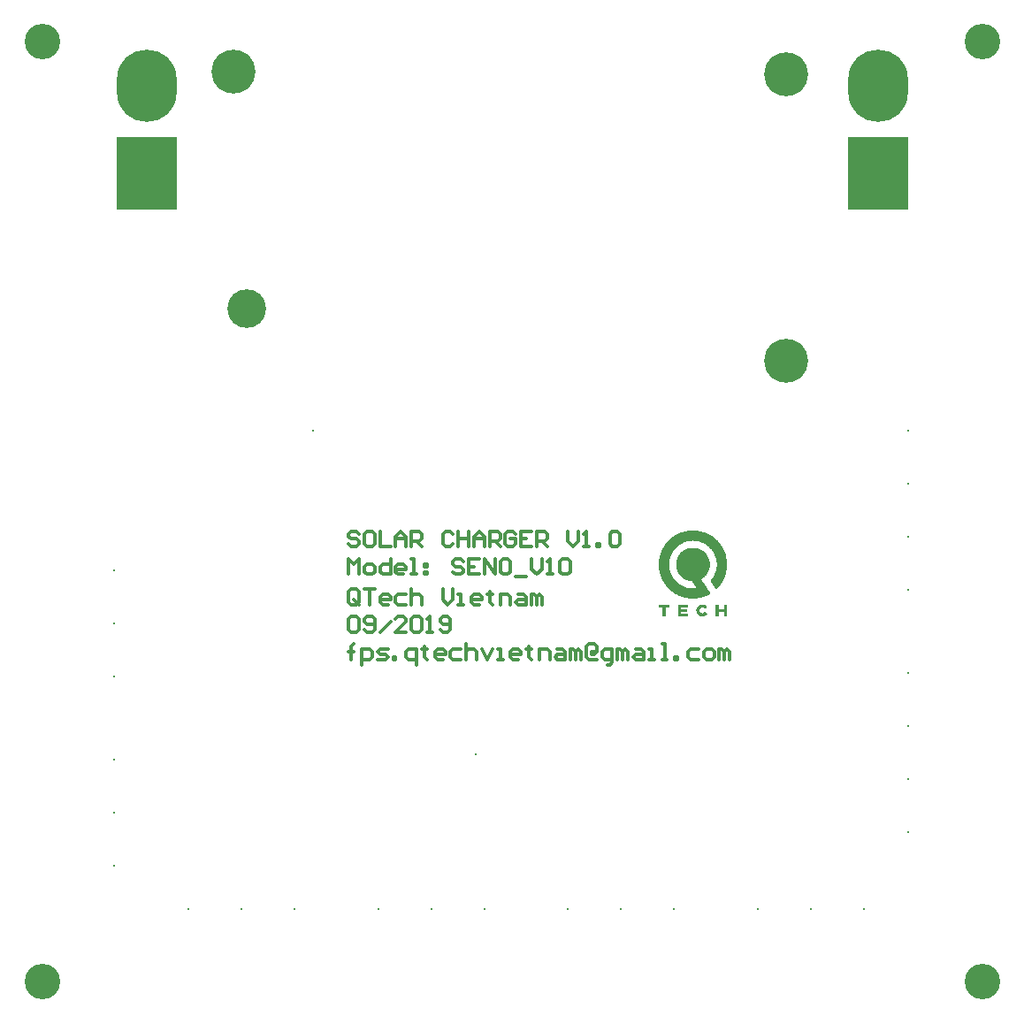
<source format=gts>
G04*
G04 #@! TF.GenerationSoftware,Altium Limited,Altium Designer,19.0.13 (425)*
G04*
G04 Layer_Color=8388736*
%FSTAX24Y24*%
%MOIN*%
G70*
G01*
G75*
%ADD13C,0.0010*%
%ADD14C,0.0138*%
%ADD15C,0.1655*%
%ADD16C,0.1458*%
%ADD17C,0.1339*%
%ADD18C,0.0080*%
%ADD19R,0.2252X0.2724*%
%ADD20O,0.2252X0.2724*%
D13*
X047544Y021725D02*
X048054D01*
X046024D02*
X046534D01*
X046424Y020925D02*
X047654D01*
X046084Y020125D02*
X046674D01*
X047524Y021735D02*
X048044D01*
X047504Y021745D02*
X048044D01*
X047494Y021755D02*
X048034D01*
X047474Y021765D02*
X048024D01*
X047454Y021775D02*
X048014D01*
X047434Y021785D02*
X048004D01*
X047414Y021795D02*
X047994D01*
X047384Y021805D02*
X047994D01*
X047364Y021815D02*
X047984D01*
X047334Y021825D02*
X047974D01*
X047304Y021835D02*
X047964D01*
X046114D02*
X046774D01*
X047274Y021845D02*
X047954D01*
X046124D02*
X046804D01*
X047234Y021855D02*
X047944D01*
X046134D02*
X046844D01*
X047174Y021865D02*
X047934D01*
X047064Y021875D02*
X047924D01*
X046154D02*
X047014D01*
X046164Y021885D02*
X047914D01*
X046174Y021895D02*
X047904D01*
X046184Y021905D02*
X047894D01*
X046194Y021915D02*
X047884D01*
X046214Y021925D02*
X047864D01*
X046224Y021935D02*
X047854D01*
X046234Y021945D02*
X047844D01*
X046244Y021955D02*
X047834D01*
X046264Y021965D02*
X047814D01*
X046274Y021975D02*
X047804D01*
X046284Y021985D02*
X047794D01*
X046304Y021995D02*
X047774D01*
X046314Y022005D02*
X047764D01*
X046324Y022015D02*
X047754D01*
X046344Y022025D02*
X047734D01*
X046354Y022035D02*
X047724D01*
X046374Y022045D02*
X047704D01*
X046394Y022055D02*
X047684D01*
X046404Y022065D02*
X047674D01*
X046424Y022075D02*
X047654D01*
X046444Y022085D02*
X047634D01*
X046464Y022095D02*
X047614D01*
X046484Y022105D02*
X047594D01*
X046504Y022115D02*
X047574D01*
X046524Y022125D02*
X047554D01*
X046554Y022135D02*
X047524D01*
X046574Y022145D02*
X047504D01*
X046604Y022155D02*
X047474D01*
X046634Y022165D02*
X047444D01*
X046664Y022175D02*
X047414D01*
X046694Y022185D02*
X047384D01*
X046734Y022195D02*
X047344D01*
X046784Y022205D02*
X047294D01*
X046834Y022215D02*
X047244D01*
X046914Y022225D02*
X047164D01*
X046034Y021735D02*
X046554D01*
X046034Y021745D02*
X046574D01*
X046044Y021755D02*
X046584D01*
X046054Y021765D02*
X046604D01*
X046064Y021775D02*
X046624D01*
X046074Y021785D02*
X046644D01*
X046084Y021795D02*
X046664D01*
X046084Y021805D02*
X046684D01*
X046094Y021815D02*
X046714D01*
X046104Y021825D02*
X046744D01*
X047564Y021705D02*
X048074D01*
X047554Y021715D02*
X048064D01*
X046694Y021475D02*
X047384D01*
X045874D02*
X046284D01*
X046714Y021485D02*
X047364D01*
X045884D02*
X046294D01*
X046724Y021495D02*
X047354D01*
X045884D02*
X046294D01*
X046744Y021505D02*
X047334D01*
X045894D02*
X046304D01*
X046764Y021515D02*
X047314D01*
X045894D02*
X046314D01*
X045904Y021525D02*
X046324D01*
X045904Y021535D02*
X046324D01*
X045914Y021545D02*
X046334D01*
X045914Y021555D02*
X046344D01*
X045924Y021565D02*
X046354D01*
X045924Y021575D02*
X046364D01*
X045934Y021585D02*
X046374D01*
X045934Y021595D02*
X046384D01*
X045944Y021605D02*
X046394D01*
X045954Y021615D02*
X046404D01*
X045954Y021625D02*
X046414D01*
X045964Y021635D02*
X046424D01*
X045964Y021645D02*
X046434D01*
X046424Y020935D02*
X047654D01*
X046424Y020945D02*
X047654D01*
X046424Y020955D02*
X047654D01*
X046424Y020965D02*
X047654D01*
X046424Y020975D02*
X047654D01*
X046424Y020985D02*
X047654D01*
X046424Y020995D02*
X047654D01*
X046424Y021005D02*
X047654D01*
X046424Y021015D02*
X047654D01*
X046424Y021025D02*
X047654D01*
X046424Y021035D02*
X047654D01*
X046424Y021045D02*
X047654D01*
X046434Y021055D02*
X047644D01*
X046434Y021065D02*
X047644D01*
X046434Y021075D02*
X047644D01*
X045774D02*
X046134D01*
X046434Y021085D02*
X047644D01*
X045774D02*
X046134D01*
X046434Y021095D02*
X047644D01*
X045774D02*
X046134D01*
X046434Y021105D02*
X047644D01*
X045774D02*
X046134D01*
X046444Y021115D02*
X047634D01*
X045784D02*
X046134D01*
X046444Y021125D02*
X047634D01*
X045784D02*
X046134D01*
X046444Y021135D02*
X047634D01*
X045784D02*
X046144D01*
X046454Y021145D02*
X047624D01*
X045784D02*
X046144D01*
X046454Y021155D02*
X047624D01*
X045784D02*
X046144D01*
X046454Y021165D02*
X047624D01*
X045784D02*
X046144D01*
X046464Y021175D02*
X047614D01*
X045784D02*
X046144D01*
X046464Y021185D02*
X047614D01*
X045794D02*
X046154D01*
X046464Y021195D02*
X047614D01*
X045794D02*
X046154D01*
X046474Y021205D02*
X047604D01*
X045794D02*
X046154D01*
X046474Y021215D02*
X047604D01*
X045794D02*
X046164D01*
X046484Y021225D02*
X047594D01*
X045794D02*
X046164D01*
X046484Y021235D02*
X047594D01*
X045804D02*
X046164D01*
X046494Y021245D02*
X047584D01*
X045804D02*
X046164D01*
X046494Y021255D02*
X047584D01*
X045804D02*
X046174D01*
X046504Y021265D02*
X047574D01*
X045804D02*
X046174D01*
X046504Y021275D02*
X047574D01*
X045804D02*
X046184D01*
X046514Y021285D02*
X047564D01*
X045814D02*
X046184D01*
X046514Y021295D02*
X047564D01*
X045814D02*
X046184D01*
X046524Y021305D02*
X047554D01*
X045814D02*
X046194D01*
X046534Y021315D02*
X047544D01*
X045824D02*
X046194D01*
X046534Y021325D02*
X047544D01*
X045824D02*
X046204D01*
X046544Y021335D02*
X047534D01*
X045824D02*
X046204D01*
X046554Y021345D02*
X047524D01*
X045824D02*
X046214D01*
X046564Y021355D02*
X047514D01*
X045834D02*
X046214D01*
X046574Y021365D02*
X047504D01*
X045834D02*
X046214D01*
X046584Y021375D02*
X047494D01*
X045834D02*
X046224D01*
X046584Y021385D02*
X047494D01*
X045844D02*
X046234D01*
X046594Y021395D02*
X047484D01*
X045844D02*
X046234D01*
X046604Y021405D02*
X047474D01*
X045844D02*
X046244D01*
X046614Y021415D02*
X047464D01*
X045854D02*
X046244D01*
X046634Y021425D02*
X047444D01*
X045854D02*
X046254D01*
X046644Y021435D02*
X047434D01*
X045864D02*
X046254D01*
X046654Y021445D02*
X047424D01*
X045864D02*
X046264D01*
X046664Y021455D02*
X047414D01*
X045864D02*
X046274D01*
X046684Y021465D02*
X047394D01*
X045874D02*
X046274D01*
X047734Y021555D02*
X048164D01*
X047724Y021565D02*
X048154D01*
X047714Y021575D02*
X048154D01*
X047704Y021585D02*
X048144D01*
X047694Y021595D02*
X048144D01*
X047684Y021605D02*
X048134D01*
X047674Y021615D02*
X048124D01*
X047664Y021625D02*
X048124D01*
X047654Y021635D02*
X048114D01*
X047644Y021645D02*
X048114D01*
X047634Y021655D02*
X048104D01*
X047624Y021665D02*
X048094D01*
X047614Y021675D02*
X048094D01*
X047594Y021685D02*
X048084D01*
X047584Y021695D02*
X048074D01*
X046784Y021525D02*
X047294D01*
X046804Y021535D02*
X047274D01*
X046834Y021545D02*
X047244D01*
X046864Y021555D02*
X047214D01*
X046904Y021565D02*
X047174D01*
X045974Y021655D02*
X046444D01*
X045984Y021665D02*
X046454D01*
X045984Y021675D02*
X046464D01*
X045994Y021685D02*
X046484D01*
X046004Y021695D02*
X046494D01*
X046004Y021705D02*
X046504D01*
X046014Y021715D02*
X046524D01*
X046494Y020675D02*
X047584D01*
X045804D02*
X046164D01*
X046484Y020685D02*
X047594D01*
X045804D02*
X046164D01*
X046484Y020695D02*
X047594D01*
X045794D02*
X046164D01*
X046474Y020705D02*
X047604D01*
X045794D02*
X046164D01*
X046474Y020715D02*
X047604D01*
X045794D02*
X046154D01*
X046474Y020725D02*
X047604D01*
X045794D02*
X046154D01*
X046464Y020735D02*
X047614D01*
X045794D02*
X046154D01*
X046464Y020745D02*
X047614D01*
X045784D02*
X046144D01*
X046454Y020755D02*
X047624D01*
X045784D02*
X046144D01*
X046454Y020765D02*
X047624D01*
X045784D02*
X046144D01*
X046454Y020775D02*
X047624D01*
X045784D02*
X046144D01*
X046444Y020785D02*
X047634D01*
X045784D02*
X046144D01*
X046444Y020795D02*
X047634D01*
X045784D02*
X046134D01*
X046444Y020805D02*
X047634D01*
X045784D02*
X046134D01*
X046444Y020815D02*
X047634D01*
X045774D02*
X046134D01*
X046434Y020825D02*
X047644D01*
X045774D02*
X046134D01*
X046434Y020835D02*
X047644D01*
X045774D02*
X046134D01*
X046434Y020845D02*
X047644D01*
X045774D02*
X046134D01*
X046434Y020855D02*
X047644D01*
X046434Y020865D02*
X047644D01*
X046424Y020875D02*
X047654D01*
X046424Y020885D02*
X047654D01*
X046424Y020895D02*
X047654D01*
X046424Y020905D02*
X047654D01*
X046424Y020915D02*
X047654D01*
X045964Y020285D02*
X046424D01*
X045954Y020295D02*
X046414D01*
X045954Y020305D02*
X046404D01*
X045944Y020315D02*
X046394D01*
X045944Y020325D02*
X046384D01*
X045934Y020335D02*
X046374D01*
X045934Y020345D02*
X046364D01*
X045924Y020355D02*
X046354D01*
X045914Y020365D02*
X046344D01*
X045914Y020375D02*
X046334D01*
X045904Y020385D02*
X046334D01*
X045904Y020395D02*
X046324D01*
X045894Y020405D02*
X046314D01*
X046754Y020415D02*
X047324D01*
X045894D02*
X046304D01*
X046734Y020425D02*
X047344D01*
X045884D02*
X046304D01*
X046714Y020435D02*
X047364D01*
X045884D02*
X046294D01*
X046704Y020445D02*
X047374D01*
X045884D02*
X046284D01*
X046684Y020455D02*
X047394D01*
X045874D02*
X046274D01*
X046674Y020465D02*
X047404D01*
X045874D02*
X046274D01*
X046664Y020475D02*
X047414D01*
X045864D02*
X046264D01*
X046644Y020485D02*
X047434D01*
X045864D02*
X046254D01*
X046634Y020495D02*
X047444D01*
X045854D02*
X046254D01*
X046624Y020505D02*
X047454D01*
X045854D02*
X046244D01*
X046614Y020515D02*
X047464D01*
X045854D02*
X046244D01*
X046604Y020525D02*
X047474D01*
X045844D02*
X046234D01*
X046594Y020535D02*
X047484D01*
X045844D02*
X046234D01*
X046584Y020545D02*
X047494D01*
X045844D02*
X046224D01*
X046574Y020555D02*
X047504D01*
X045834D02*
X046224D01*
X046564Y020565D02*
X047514D01*
X045834D02*
X046214D01*
X046554Y020575D02*
X047524D01*
X045834D02*
X046214D01*
X046554Y020585D02*
X047524D01*
X045824D02*
X046204D01*
X046544Y020595D02*
X047534D01*
X045824D02*
X046204D01*
X046534Y020605D02*
X047544D01*
X045824D02*
X046194D01*
X046524Y020615D02*
X047554D01*
X045814D02*
X046194D01*
X046524Y020625D02*
X047554D01*
X045814D02*
X046184D01*
X046514Y020635D02*
X047564D01*
X045814D02*
X046184D01*
X046514Y020645D02*
X047564D01*
X045814D02*
X046184D01*
X046504Y020655D02*
X047574D01*
X045804D02*
X046174D01*
X046494Y020665D02*
X047584D01*
X045804D02*
X046174D01*
X047734Y020325D02*
X048134D01*
X047724Y020335D02*
X048144D01*
X047724Y020345D02*
X048144D01*
X047724Y020355D02*
X048154D01*
X047734Y020365D02*
X048164D01*
X046924Y020355D02*
X047354D01*
X046884Y020365D02*
X047354D01*
X046854Y020375D02*
X047344D01*
X046824Y020385D02*
X047334D01*
X046794Y020395D02*
X047334D01*
X046774Y020405D02*
X047324D01*
X046074Y020135D02*
X046654D01*
X046064Y020145D02*
X046634D01*
X046054Y020155D02*
X046614D01*
X046054Y020165D02*
X046594D01*
X046044Y020175D02*
X046574D01*
X046034Y020185D02*
X046564D01*
X046024Y020195D02*
X046544D01*
X046024Y020205D02*
X046534D01*
X046014Y020215D02*
X046514D01*
X046004Y020225D02*
X046504D01*
X045994Y020235D02*
X046484D01*
X045994Y020245D02*
X046474D01*
X045984Y020255D02*
X046464D01*
X045974Y020265D02*
X046454D01*
X045974Y020275D02*
X046434D01*
X046384Y019875D02*
X047674D01*
X046364Y019885D02*
X047674D01*
X046354Y019895D02*
X047664D01*
X046334Y019905D02*
X047664D01*
X046324Y019915D02*
X047654D01*
X046304Y019925D02*
X047644D01*
X046294Y019935D02*
X047644D01*
X046274Y019945D02*
X047634D01*
X046264Y019955D02*
X047624D01*
X046254Y019965D02*
X047624D01*
X046244Y019975D02*
X047614D01*
X046224Y019985D02*
X047604D01*
X046214Y019995D02*
X047604D01*
X046204Y020005D02*
X047594D01*
X046194Y020015D02*
X047584D01*
X046184Y020025D02*
X047584D01*
X046174Y020035D02*
X047574D01*
X046164Y020045D02*
X047564D01*
X046154Y020055D02*
X046944D01*
X046134Y020075D02*
X046824D01*
X046124Y020085D02*
X046784D01*
X046754Y019725D02*
X047324D01*
X046714Y019735D02*
X047364D01*
X046684Y019745D02*
X047394D01*
X046644Y019755D02*
X047434D01*
X046614Y019765D02*
X047464D01*
X046594Y019775D02*
X047484D01*
X046564Y019785D02*
X047514D01*
X046544Y019795D02*
X047534D01*
X046514Y019805D02*
X047564D01*
X046494Y019815D02*
X047584D01*
X046474Y019825D02*
X047604D01*
X046454Y019835D02*
X047624D01*
X046434Y019845D02*
X047644D01*
X046414Y019855D02*
X047664D01*
X046404Y019865D02*
X047674D01*
X046874Y019705D02*
X047204D01*
X046804Y019715D02*
X047274D01*
X046114Y020095D02*
X046754D01*
X046104Y020105D02*
X046724D01*
X046094Y020115D02*
X046704D01*
X047954Y020925D02*
X048304D01*
X047874Y020125D02*
X047994D01*
X048224Y019325D02*
X048304D01*
X047914D02*
X048004D01*
X047164Y020125D02*
X047514D01*
X047474Y019325D02*
X047514D01*
X047214D02*
X047314D01*
X046494D02*
X046574D01*
X045774Y020925D02*
X046124D01*
X045904Y019325D02*
X045994D01*
X047794Y021475D02*
X048204D01*
X047784Y021485D02*
X048194D01*
X047784Y021495D02*
X048194D01*
X047774Y021505D02*
X048184D01*
X047764Y021515D02*
X048184D01*
X047754Y021525D02*
X048174D01*
X047754Y021535D02*
X048174D01*
X047744Y021545D02*
X048164D01*
X047954Y020935D02*
X048304D01*
X047954Y020945D02*
X048304D01*
X047954Y020955D02*
X048304D01*
X047954Y020965D02*
X048304D01*
X047954Y020975D02*
X048304D01*
X047954Y020985D02*
X048304D01*
X047954Y020995D02*
X048304D01*
X047954Y021005D02*
X048304D01*
X047954Y021015D02*
X048304D01*
X047954Y021025D02*
X048304D01*
X047954Y021035D02*
X048304D01*
X047954Y021045D02*
X048304D01*
X047954Y021055D02*
X048304D01*
X047944Y021065D02*
X048304D01*
X047944Y021075D02*
X048304D01*
X047944Y021085D02*
X048304D01*
X047944Y021095D02*
X048304D01*
X047944Y021105D02*
X048304D01*
X047944Y021115D02*
X048294D01*
X047944Y021125D02*
X048294D01*
X047934Y021135D02*
X048294D01*
X047934Y021145D02*
X048294D01*
X047934Y021155D02*
X048294D01*
X047934Y021165D02*
X048294D01*
X047934Y021175D02*
X048294D01*
X047924Y021185D02*
X048284D01*
X047924Y021195D02*
X048284D01*
X047924Y021205D02*
X048284D01*
X047914Y021215D02*
X048284D01*
X047914Y021225D02*
X048284D01*
X047914Y021235D02*
X048274D01*
X047904Y021245D02*
X048274D01*
X047904Y021255D02*
X048274D01*
X047904Y021265D02*
X048274D01*
X047894Y021275D02*
X048274D01*
X047894Y021285D02*
X048264D01*
X047894Y021295D02*
X048264D01*
X047884Y021305D02*
X048264D01*
X047884Y021315D02*
X048254D01*
X047874Y021325D02*
X048254D01*
X047874Y021335D02*
X048254D01*
X047864Y021345D02*
X048254D01*
X047864Y021355D02*
X048244D01*
X047854Y021365D02*
X048244D01*
X047854Y021375D02*
X048244D01*
X047844Y021385D02*
X048234D01*
X047844Y021395D02*
X048234D01*
X047834Y021405D02*
X048234D01*
X047834Y021415D02*
X048224D01*
X047824Y021425D02*
X048224D01*
X047824Y021435D02*
X048214D01*
X047814Y021445D02*
X048214D01*
X047804Y021455D02*
X048214D01*
X047804Y021465D02*
X048204D01*
X047914Y020675D02*
X048274D01*
X047914Y020685D02*
X048274D01*
X047914Y020695D02*
X048284D01*
X047914Y020705D02*
X048284D01*
X047924Y020715D02*
X048284D01*
X047924Y020725D02*
X048284D01*
X047924Y020735D02*
X048284D01*
X047934Y020745D02*
X048294D01*
X047934Y020755D02*
X048294D01*
X047934Y020765D02*
X048294D01*
X047934Y020775D02*
X048294D01*
X047934Y020785D02*
X048294D01*
X047944Y020795D02*
X048294D01*
X047944Y020805D02*
X048294D01*
X047944Y020815D02*
X048294D01*
X047944Y020825D02*
X048304D01*
X047944Y020835D02*
X048304D01*
X047944Y020845D02*
X048304D01*
X047954Y020855D02*
X048304D01*
X047954Y020865D02*
X048304D01*
X047954Y020875D02*
X048304D01*
X047954Y020885D02*
X048304D01*
X047954Y020895D02*
X048304D01*
X047954Y020905D02*
X048304D01*
X047954Y020915D02*
X048304D01*
X047864Y020135D02*
X048004D01*
X047854Y020145D02*
X048014D01*
X047854Y020155D02*
X048024D01*
X047844Y020165D02*
X048024D01*
X047834Y020175D02*
X048034D01*
X047824Y020185D02*
X048044D01*
X047824Y020195D02*
X048054D01*
X047814Y020205D02*
X048054D01*
X047804Y020215D02*
X048064D01*
X047804Y020225D02*
X048074D01*
X047794Y020235D02*
X048084D01*
X047784Y020245D02*
X048084D01*
X047784Y020255D02*
X048094D01*
X047774Y020265D02*
X048104D01*
X047764Y020275D02*
X048104D01*
X047764Y020285D02*
X048114D01*
X047754Y020295D02*
X048124D01*
X047744Y020305D02*
X048124D01*
X047744Y020315D02*
X048134D01*
X047744Y020375D02*
X048164D01*
X047744Y020385D02*
X048174D01*
X047754Y020395D02*
X048174D01*
X047764Y020405D02*
X048184D01*
X047774Y020415D02*
X048184D01*
X047784Y020425D02*
X048194D01*
X047784Y020435D02*
X048194D01*
X047794Y020445D02*
X048194D01*
X047804Y020455D02*
X048204D01*
X047804Y020465D02*
X048204D01*
X047814Y020475D02*
X048214D01*
X047824Y020485D02*
X048214D01*
X047824Y020495D02*
X048224D01*
X047834Y020505D02*
X048224D01*
X047834Y020515D02*
X048224D01*
X047844Y020525D02*
X048234D01*
X047844Y020535D02*
X048234D01*
X047854Y020545D02*
X048234D01*
X047854Y020555D02*
X048244D01*
X047864Y020565D02*
X048244D01*
X047864Y020575D02*
X048244D01*
X047874Y020585D02*
X048254D01*
X047874Y020595D02*
X048254D01*
X047884Y020605D02*
X048254D01*
X047884Y020615D02*
X048264D01*
X047894Y020625D02*
X048264D01*
X047894Y020635D02*
X048264D01*
X047894Y020645D02*
X048264D01*
X047904Y020655D02*
X048274D01*
X047904Y020665D02*
X048274D01*
X047914Y020055D02*
X047924D01*
X047914Y020065D02*
X047934D01*
X047904Y020075D02*
X047944D01*
X047894Y020085D02*
X047954D01*
X047894Y020095D02*
X047964D01*
X047884Y020105D02*
X047974D01*
X047874Y020115D02*
X047984D01*
X048224Y019335D02*
X048304D01*
X047914D02*
X048004D01*
X048224Y019345D02*
X048304D01*
X047914D02*
X048004D01*
X048224Y019355D02*
X048304D01*
X047914D02*
X048004D01*
X048224Y019365D02*
X048304D01*
X047914D02*
X048004D01*
X048224Y019375D02*
X048304D01*
X047914D02*
X048004D01*
X048224Y019385D02*
X048304D01*
X047914D02*
X048004D01*
X048224Y019395D02*
X048304D01*
X047914D02*
X048004D01*
X048224Y019405D02*
X048304D01*
X047914D02*
X048004D01*
X048224Y019415D02*
X048304D01*
X047914D02*
X048004D01*
X048224Y019425D02*
X048304D01*
X047914D02*
X048004D01*
X048224Y019435D02*
X048304D01*
X047914D02*
X048004D01*
X047914Y019205D02*
X048304D01*
X047914Y019215D02*
X048304D01*
X047914Y019225D02*
X048304D01*
X047914Y019235D02*
X048304D01*
X047914Y019245D02*
X048304D01*
X047914Y019255D02*
X048304D01*
X047914Y019265D02*
X048304D01*
X048224Y019275D02*
X048304D01*
X047914D02*
X048004D01*
X048224Y019285D02*
X048304D01*
X047914D02*
X048004D01*
X048224Y019295D02*
X048304D01*
X047914D02*
X048004D01*
X048224Y019305D02*
X048304D01*
X047914D02*
X048004D01*
X048224Y019315D02*
X048304D01*
X047914D02*
X048004D01*
X048224Y019025D02*
X048304D01*
X047914D02*
X048004D01*
X048224Y019035D02*
X048304D01*
X047914D02*
X048004D01*
X048224Y019045D02*
X048304D01*
X047914D02*
X048004D01*
X048224Y019055D02*
X048304D01*
X047914D02*
X048004D01*
X048224Y019065D02*
X048304D01*
X047914D02*
X048004D01*
X048224Y019075D02*
X048304D01*
X047914D02*
X048004D01*
X048224Y019085D02*
X048304D01*
X047914D02*
X048004D01*
X048224Y019095D02*
X048304D01*
X047914D02*
X048004D01*
X048224Y019105D02*
X048304D01*
X047914D02*
X048004D01*
X048224Y019115D02*
X048304D01*
X047914D02*
X048004D01*
X048224Y019125D02*
X048304D01*
X047914D02*
X048004D01*
X048224Y019135D02*
X048304D01*
X047914D02*
X048004D01*
X048224Y019145D02*
X048304D01*
X047914D02*
X048004D01*
X048224Y019155D02*
X048304D01*
X047914D02*
X048004D01*
X048224Y019165D02*
X048304D01*
X047914D02*
X048004D01*
X048224Y019175D02*
X048304D01*
X047914D02*
X048004D01*
X048224Y019185D02*
X048304D01*
X047914D02*
X048004D01*
X047914Y019195D02*
X048304D01*
X046954Y021575D02*
X047114D01*
X047154Y020135D02*
X047504D01*
X047154Y020145D02*
X047504D01*
X047144Y020155D02*
X047494D01*
X047134Y020165D02*
X047484D01*
X047134Y020175D02*
X047484D01*
X047124Y020185D02*
X047474D01*
X047114Y020195D02*
X047464D01*
X047114Y020205D02*
X047464D01*
X047104Y020215D02*
X047454D01*
X047094Y020225D02*
X047444D01*
X047094Y020235D02*
X047434D01*
X047084Y020245D02*
X047434D01*
X047074Y020255D02*
X047424D01*
X047074Y020265D02*
X047414D01*
X047064Y020275D02*
X047414D01*
X047054Y020285D02*
X047404D01*
X047054Y020295D02*
X047394D01*
X047044Y020305D02*
X047394D01*
X047034Y020315D02*
X047384D01*
X047034Y020325D02*
X047374D01*
X047024Y020335D02*
X047374D01*
X047014Y020345D02*
X047364D01*
X047134Y020055D02*
X047564D01*
X047204Y020065D02*
X047554D01*
X047194Y020075D02*
X047544D01*
X047194Y020085D02*
X047544D01*
X047184Y020095D02*
X047534D01*
X047174Y020105D02*
X047524D01*
X047174Y020115D02*
X047524D01*
X047464Y019335D02*
X047524D01*
X047214D02*
X047334D01*
X047444Y019345D02*
X047534D01*
X047224D02*
X047354D01*
X047414Y019355D02*
X047534D01*
X047224D02*
X047384D01*
X047234Y019365D02*
X047544D01*
X047244Y019375D02*
X047544D01*
X047254Y019385D02*
X047544D01*
X047264Y019395D02*
X047534D01*
X047274Y019405D02*
X047514D01*
X047294Y019415D02*
X047504D01*
X047314Y019425D02*
X047484D01*
X047344Y019435D02*
X047454D01*
X046994Y019695D02*
X047084D01*
X047194Y019205D02*
X047274D01*
X047184Y019215D02*
X047274D01*
X047184Y019225D02*
X047274D01*
X047184Y019235D02*
X047274D01*
X047184Y019245D02*
X047274D01*
X047194Y019255D02*
X047274D01*
X047194Y019265D02*
X047274D01*
X047194Y019275D02*
X047284D01*
X047194Y019285D02*
X047284D01*
X047194Y019295D02*
X047294D01*
X047204Y019305D02*
X047304D01*
X047484Y019315D02*
X047504D01*
X047204D02*
X047304D01*
X047354Y019025D02*
X047444D01*
X047314Y019035D02*
X047474D01*
X047294Y019045D02*
X047504D01*
X047284Y019055D02*
X047514D01*
X047264Y019065D02*
X047534D01*
X047254Y019075D02*
X047544D01*
X047244Y019085D02*
X047554D01*
X047234Y019095D02*
X047554D01*
X047404Y019105D02*
X047544D01*
X047224D02*
X047394D01*
X047444Y019115D02*
X047534D01*
X047224D02*
X047354D01*
X047464Y019125D02*
X047524D01*
X047214D02*
X047334D01*
X047474Y019135D02*
X047514D01*
X047214D02*
X047324D01*
X047484Y019145D02*
X047504D01*
X047204D02*
X047314D01*
X047204Y019155D02*
X047304D01*
X047194Y019165D02*
X047294D01*
X047194Y019175D02*
X047284D01*
X047194Y019185D02*
X047284D01*
X047194Y019195D02*
X047284D01*
X046144Y021865D02*
X046904D01*
X046144Y020065D02*
X046874D01*
X046494Y019365D02*
X046824D01*
X046494Y019375D02*
X046824D01*
X046494Y019385D02*
X046824D01*
X046494Y019395D02*
X046824D01*
X046494Y019405D02*
X046824D01*
X046494Y019415D02*
X046824D01*
X046494Y019425D02*
X046824D01*
X046494Y019435D02*
X046824D01*
X046494Y019335D02*
X046574D01*
X046494Y019345D02*
X046574D01*
X046494Y019355D02*
X046574D01*
X046494Y019205D02*
X046794D01*
X046494Y019215D02*
X046794D01*
X046494Y019225D02*
X046794D01*
X046494Y019235D02*
X046794D01*
X046494Y019245D02*
X046794D01*
X046494Y019255D02*
X046794D01*
X046494Y019265D02*
X046794D01*
X046494Y019025D02*
X046824D01*
X046494Y019035D02*
X046824D01*
X046494Y019045D02*
X046824D01*
X046494Y019055D02*
X046824D01*
X046494Y019065D02*
X046824D01*
X046494Y019075D02*
X046824D01*
X046494Y019085D02*
X046824D01*
X046494Y019095D02*
X046824D01*
X046494Y019195D02*
X046794D01*
X046494Y019275D02*
X046574D01*
X046494Y019285D02*
X046574D01*
X046494Y019295D02*
X046574D01*
X046494Y019305D02*
X046574D01*
X046494Y019315D02*
X046574D01*
X046494Y019105D02*
X046574D01*
X046494Y019115D02*
X046574D01*
X046494Y019125D02*
X046574D01*
X046494Y019135D02*
X046574D01*
X046494Y019145D02*
X046574D01*
X046494Y019155D02*
X046574D01*
X046494Y019165D02*
X046574D01*
X046494Y019175D02*
X046574D01*
X046494Y019185D02*
X046574D01*
X045774Y020935D02*
X046124D01*
X045774Y020945D02*
X046124D01*
X045774Y020955D02*
X046124D01*
X045774Y020965D02*
X046124D01*
X045774Y020975D02*
X046124D01*
X045774Y020985D02*
X046124D01*
X045774Y020995D02*
X046124D01*
X045774Y021005D02*
X046124D01*
X045774Y021015D02*
X046124D01*
X045774Y021025D02*
X046124D01*
X045774Y021035D02*
X046124D01*
X045774Y021045D02*
X046124D01*
X045774Y021055D02*
X046124D01*
X045774Y021065D02*
X046124D01*
X045774Y020855D02*
X046124D01*
X045774Y020865D02*
X046124D01*
X045774Y020875D02*
X046124D01*
X045774Y020885D02*
X046124D01*
X045774Y020895D02*
X046124D01*
X045774Y020905D02*
X046124D01*
X045774Y020915D02*
X046124D01*
X045904Y019335D02*
X045994D01*
X045904Y019345D02*
X045994D01*
X045904Y019355D02*
X045994D01*
X045764Y019365D02*
X046124D01*
X045764Y019375D02*
X046124D01*
X045764Y019385D02*
X046124D01*
X045764Y019395D02*
X046124D01*
X045764Y019405D02*
X046124D01*
X045764Y019415D02*
X046124D01*
X045764Y019425D02*
X046124D01*
X045764Y019435D02*
X046124D01*
X045904Y019205D02*
X045994D01*
X045904Y019215D02*
X045994D01*
X045904Y019225D02*
X045994D01*
X045904Y019235D02*
X045994D01*
X045904Y019245D02*
X045994D01*
X045904Y019255D02*
X045994D01*
X045904Y019265D02*
X045994D01*
X045904Y019275D02*
X045994D01*
X045904Y019285D02*
X045994D01*
X045904Y019295D02*
X045994D01*
X045904Y019305D02*
X045994D01*
X045904Y019315D02*
X045994D01*
X045904Y019025D02*
X045994D01*
X045904Y019035D02*
X045994D01*
X045904Y019045D02*
X045994D01*
X045904Y019055D02*
X045994D01*
X045904Y019065D02*
X045994D01*
X045904Y019075D02*
X045994D01*
X045904Y019085D02*
X045994D01*
X045904Y019095D02*
X045994D01*
X045904Y019105D02*
X045994D01*
X045904Y019115D02*
X045994D01*
X045904Y019125D02*
X045994D01*
X045904Y019135D02*
X045994D01*
X045904Y019145D02*
X045994D01*
X045904Y019155D02*
X045994D01*
X045904Y019165D02*
X045994D01*
X045904Y019175D02*
X045994D01*
X045904Y019185D02*
X045994D01*
X045904Y019195D02*
X045994D01*
D14*
X034473Y022109D02*
X034375Y022207D01*
X034178D01*
X03408Y022109D01*
Y022011D01*
X034178Y021912D01*
X034375D01*
X034473Y021814D01*
Y021715D01*
X034375Y021617D01*
X034178D01*
X03408Y021715D01*
X034965Y022207D02*
X034768D01*
X03467Y022109D01*
Y021715D01*
X034768Y021617D01*
X034965D01*
X035063Y021715D01*
Y022109D01*
X034965Y022207D01*
X03526D02*
Y021617D01*
X035654D01*
X035851D02*
Y022011D01*
X036047Y022207D01*
X036244Y022011D01*
Y021617D01*
Y021912D01*
X035851D01*
X036441Y021617D02*
Y022207D01*
X036736D01*
X036835Y022109D01*
Y021912D01*
X036736Y021814D01*
X036441D01*
X036638D02*
X036835Y021617D01*
X038015Y022109D02*
X037917Y022207D01*
X03772D01*
X037622Y022109D01*
Y021715D01*
X03772Y021617D01*
X037917D01*
X038015Y021715D01*
X038212Y022207D02*
Y021617D01*
Y021912D01*
X038606D01*
Y022207D01*
Y021617D01*
X038802D02*
Y022011D01*
X038999Y022207D01*
X039196Y022011D01*
Y021617D01*
Y021912D01*
X038802D01*
X039393Y021617D02*
Y022207D01*
X039688D01*
X039786Y022109D01*
Y021912D01*
X039688Y021814D01*
X039393D01*
X03959D02*
X039786Y021617D01*
X040377Y022109D02*
X040278Y022207D01*
X040082D01*
X039983Y022109D01*
Y021715D01*
X040082Y021617D01*
X040278D01*
X040377Y021715D01*
Y021912D01*
X04018D01*
X040967Y022207D02*
X040573D01*
Y021617D01*
X040967D01*
X040573Y021912D02*
X04077D01*
X041164Y021617D02*
Y022207D01*
X041459D01*
X041557Y022109D01*
Y021912D01*
X041459Y021814D01*
X041164D01*
X041361D02*
X041557Y021617D01*
X042345Y022207D02*
Y021814D01*
X042541Y021617D01*
X042738Y021814D01*
Y022207D01*
X042935Y021617D02*
X043132D01*
X043033D01*
Y022207D01*
X042935Y022109D01*
X043427Y021617D02*
Y021715D01*
X043525D01*
Y021617D01*
X043427D01*
X043919Y022109D02*
X044017Y022207D01*
X044214D01*
X044312Y022109D01*
Y021715D01*
X044214Y021617D01*
X044017D01*
X043919Y021715D01*
Y022109D01*
X03408Y020578D02*
Y021168D01*
X034276Y020972D01*
X034473Y021168D01*
Y020578D01*
X034768D02*
X034965D01*
X035063Y020676D01*
Y020873D01*
X034965Y020972D01*
X034768D01*
X03467Y020873D01*
Y020676D01*
X034768Y020578D01*
X035654Y021168D02*
Y020578D01*
X035359D01*
X03526Y020676D01*
Y020873D01*
X035359Y020972D01*
X035654D01*
X036146Y020578D02*
X035949D01*
X035851Y020676D01*
Y020873D01*
X035949Y020972D01*
X036146D01*
X036244Y020873D01*
Y020775D01*
X035851D01*
X036441Y020578D02*
X036638D01*
X036539D01*
Y021168D01*
X036441D01*
X036933Y020972D02*
X037031D01*
Y020873D01*
X036933D01*
Y020972D01*
Y020676D02*
X037031D01*
Y020578D01*
X036933D01*
Y020676D01*
X038409Y02107D02*
X03831Y021168D01*
X038114D01*
X038015Y02107D01*
Y020972D01*
X038114Y020873D01*
X03831D01*
X038409Y020775D01*
Y020676D01*
X03831Y020578D01*
X038114D01*
X038015Y020676D01*
X038999Y021168D02*
X038606D01*
Y020578D01*
X038999D01*
X038606Y020873D02*
X038802D01*
X039196Y020578D02*
Y021168D01*
X03959Y020578D01*
Y021168D01*
X040082D02*
X039885D01*
X039786Y02107D01*
Y020676D01*
X039885Y020578D01*
X040082D01*
X04018Y020676D01*
Y02107D01*
X040082Y021168D01*
X040377Y02048D02*
X04077D01*
X040967Y021168D02*
Y020775D01*
X041164Y020578D01*
X041361Y020775D01*
Y021168D01*
X041557Y020578D02*
X041754D01*
X041656D01*
Y021168D01*
X041557Y02107D01*
X042049D02*
X042148Y021168D01*
X042345D01*
X042443Y02107D01*
Y020676D01*
X042345Y020578D01*
X042148D01*
X042049Y020676D01*
Y02107D01*
X034473Y019539D02*
Y019932D01*
X034375Y020031D01*
X034178D01*
X03408Y019932D01*
Y019539D01*
X034178Y01944D01*
X034375D01*
X034276Y019637D02*
X034473Y01944D01*
X034375D02*
X034473Y019539D01*
X03467Y020031D02*
X035063D01*
X034867D01*
Y01944D01*
X035555D02*
X035359D01*
X03526Y019539D01*
Y019736D01*
X035359Y019834D01*
X035555D01*
X035654Y019736D01*
Y019637D01*
X03526D01*
X036244Y019834D02*
X035949D01*
X035851Y019736D01*
Y019539D01*
X035949Y01944D01*
X036244D01*
X036441Y020031D02*
Y01944D01*
Y019736D01*
X036539Y019834D01*
X036736D01*
X036835Y019736D01*
Y01944D01*
X037622Y020031D02*
Y019637D01*
X037818Y01944D01*
X038015Y019637D01*
Y020031D01*
X038212Y01944D02*
X038409D01*
X03831D01*
Y019834D01*
X038212D01*
X038999Y01944D02*
X038802D01*
X038704Y019539D01*
Y019736D01*
X038802Y019834D01*
X038999D01*
X039098Y019736D01*
Y019637D01*
X038704D01*
X039393Y019932D02*
Y019834D01*
X039294D01*
X039491D01*
X039393D01*
Y019539D01*
X039491Y01944D01*
X039786D02*
Y019834D01*
X040082D01*
X04018Y019736D01*
Y01944D01*
X040475Y019834D02*
X040672D01*
X04077Y019736D01*
Y01944D01*
X040475D01*
X040377Y019539D01*
X040475Y019637D01*
X04077D01*
X040967Y01944D02*
Y019834D01*
X041065D01*
X041164Y019736D01*
Y01944D01*
Y019736D01*
X041262Y019834D01*
X041361Y019736D01*
Y01944D01*
X03408Y018893D02*
X034178Y018992D01*
X034375D01*
X034473Y018893D01*
Y0185D01*
X034375Y018401D01*
X034178D01*
X03408Y0185D01*
Y018893D01*
X03467Y0185D02*
X034768Y018401D01*
X034965D01*
X035063Y0185D01*
Y018893D01*
X034965Y018992D01*
X034768D01*
X03467Y018893D01*
Y018795D01*
X034768Y018696D01*
X035063D01*
X03526Y018401D02*
X035654Y018795D01*
X036244Y018401D02*
X035851D01*
X036244Y018795D01*
Y018893D01*
X036146Y018992D01*
X035949D01*
X035851Y018893D01*
X036441D02*
X036539Y018992D01*
X036736D01*
X036835Y018893D01*
Y0185D01*
X036736Y018401D01*
X036539D01*
X036441Y0185D01*
Y018893D01*
X037031Y018401D02*
X037228D01*
X03713D01*
Y018992D01*
X037031Y018893D01*
X037523Y0185D02*
X037622Y018401D01*
X037818D01*
X037917Y0185D01*
Y018893D01*
X037818Y018992D01*
X037622D01*
X037523Y018893D01*
Y018795D01*
X037622Y018696D01*
X037917D01*
X034178Y017362D02*
Y017854D01*
Y017657D01*
X03408D01*
X034276D01*
X034178D01*
Y017854D01*
X034276Y017953D01*
X034571Y017165D02*
Y017756D01*
X034867D01*
X034965Y017657D01*
Y017461D01*
X034867Y017362D01*
X034571D01*
X035162D02*
X035457D01*
X035555Y017461D01*
X035457Y017559D01*
X03526D01*
X035162Y017657D01*
X03526Y017756D01*
X035555D01*
X035752Y017362D02*
Y017461D01*
X035851D01*
Y017362D01*
X035752D01*
X036638Y017165D02*
Y017756D01*
X036343D01*
X036244Y017657D01*
Y017461D01*
X036343Y017362D01*
X036638D01*
X036933Y017854D02*
Y017756D01*
X036835D01*
X037031D01*
X036933D01*
Y017461D01*
X037031Y017362D01*
X037622D02*
X037425D01*
X037327Y017461D01*
Y017657D01*
X037425Y017756D01*
X037622D01*
X03772Y017657D01*
Y017559D01*
X037327D01*
X03831Y017756D02*
X038015D01*
X037917Y017657D01*
Y017461D01*
X038015Y017362D01*
X03831D01*
X038507Y017953D02*
Y017362D01*
Y017657D01*
X038606Y017756D01*
X038802D01*
X038901Y017657D01*
Y017362D01*
X039098Y017756D02*
X039294Y017362D01*
X039491Y017756D01*
X039688Y017362D02*
X039885D01*
X039786D01*
Y017756D01*
X039688D01*
X040475Y017362D02*
X040278D01*
X04018Y017461D01*
Y017657D01*
X040278Y017756D01*
X040475D01*
X040573Y017657D01*
Y017559D01*
X04018D01*
X040869Y017854D02*
Y017756D01*
X04077D01*
X040967D01*
X040869D01*
Y017461D01*
X040967Y017362D01*
X041262D02*
Y017756D01*
X041557D01*
X041656Y017657D01*
Y017362D01*
X041951Y017756D02*
X042148D01*
X042246Y017657D01*
Y017362D01*
X041951D01*
X041853Y017461D01*
X041951Y017559D01*
X042246D01*
X042443Y017362D02*
Y017756D01*
X042541D01*
X04264Y017657D01*
Y017362D01*
Y017657D01*
X042738Y017756D01*
X042837Y017657D01*
Y017362D01*
X043328Y017559D02*
Y017657D01*
X04323D01*
Y017559D01*
X043328D01*
X043427Y017657D01*
Y017854D01*
X043328Y017953D01*
X043132D01*
X043033Y017854D01*
Y017461D01*
X043132Y017362D01*
X043427D01*
X04382Y017165D02*
X043919D01*
X044017Y017264D01*
Y017756D01*
X043722D01*
X043624Y017657D01*
Y017461D01*
X043722Y017362D01*
X044017D01*
X044214D02*
Y017756D01*
X044312D01*
X044411Y017657D01*
Y017362D01*
Y017657D01*
X044509Y017756D01*
X044608Y017657D01*
Y017362D01*
X044903Y017756D02*
X0451D01*
X045198Y017657D01*
Y017362D01*
X044903D01*
X044804Y017461D01*
X044903Y017559D01*
X045198D01*
X045395Y017362D02*
X045592D01*
X045493D01*
Y017756D01*
X045395D01*
X045887Y017362D02*
X046084D01*
X045985D01*
Y017953D01*
X045887D01*
X046379Y017362D02*
Y017461D01*
X046477D01*
Y017362D01*
X046379D01*
X047264Y017756D02*
X046969D01*
X046871Y017657D01*
Y017461D01*
X046969Y017362D01*
X047264D01*
X047559D02*
X047756D01*
X047855Y017461D01*
Y017657D01*
X047756Y017756D01*
X047559D01*
X047461Y017657D01*
Y017461D01*
X047559Y017362D01*
X048051D02*
Y017756D01*
X04815D01*
X048248Y017657D01*
Y017362D01*
Y017657D01*
X048347Y017756D01*
X048445Y017657D01*
Y017362D01*
D15*
X029734Y03952D02*
D03*
X05058Y039443D02*
D03*
Y028616D02*
D03*
D16*
X030226Y030583D02*
D03*
D17*
X022524Y005217D02*
D03*
X057957D02*
D03*
Y04065D02*
D03*
X022524D02*
D03*
D18*
X055154Y026005D02*
D03*
Y024005D02*
D03*
Y022005D02*
D03*
Y020005D02*
D03*
Y016856D02*
D03*
Y014856D02*
D03*
Y012856D02*
D03*
Y010856D02*
D03*
X053496Y007972D02*
D03*
X051496D02*
D03*
X049496D02*
D03*
X046346D02*
D03*
X044346D02*
D03*
X042346D02*
D03*
X039197D02*
D03*
X037197D02*
D03*
X035197D02*
D03*
X032047D02*
D03*
X028047D02*
D03*
X030047D02*
D03*
X025233Y009596D02*
D03*
Y011596D02*
D03*
Y013596D02*
D03*
Y016714D02*
D03*
Y018714D02*
D03*
Y020714D02*
D03*
X038863Y01378D02*
D03*
X032724Y026D02*
D03*
D19*
X026461Y035689D02*
D03*
X05402D02*
D03*
D20*
X026461Y038996D02*
D03*
X05402D02*
D03*
M02*

</source>
